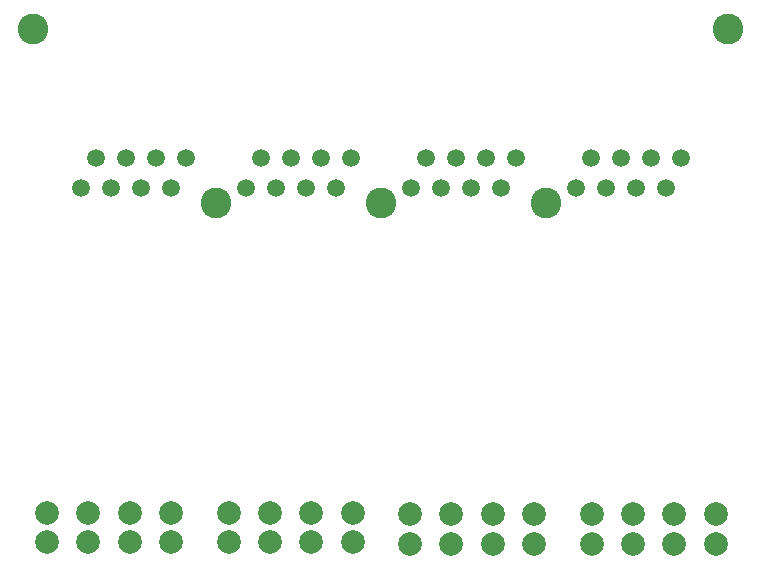
<source format=gbp>
G04 #@! TF.GenerationSoftware,KiCad,Pcbnew,(6.0.9)*
G04 #@! TF.CreationDate,2023-11-10T22:20:43+05:30*
G04 #@! TF.ProjectId,RJ45-To-Terminal,524a3435-2d54-46f2-9d54-65726d696e61,2*
G04 #@! TF.SameCoordinates,Original*
G04 #@! TF.FileFunction,Paste,Bot*
G04 #@! TF.FilePolarity,Positive*
%FSLAX46Y46*%
G04 Gerber Fmt 4.6, Leading zero omitted, Abs format (unit mm)*
G04 Created by KiCad (PCBNEW (6.0.9)) date 2023-11-10 22:20:43*
%MOMM*%
%LPD*%
G01*
G04 APERTURE LIST*
%ADD10C,2.600000*%
%ADD11C,1.500000*%
%ADD12C,2.000000*%
G04 APERTURE END LIST*
D10*
X163728400Y-83209400D03*
X149758400Y-83209400D03*
X179158400Y-68479400D03*
X120358400Y-68479400D03*
X135788400Y-83209400D03*
D11*
X124358400Y-81939400D03*
X125628400Y-79399400D03*
X126898400Y-81939400D03*
X128168400Y-79399400D03*
X129438400Y-81939400D03*
X130708400Y-79399400D03*
X131978400Y-81939400D03*
X133248400Y-79399400D03*
X138328400Y-81939400D03*
X139598400Y-79399400D03*
X140868400Y-81939400D03*
X142138400Y-79399400D03*
X143408400Y-81939400D03*
X144678400Y-79399400D03*
X145948400Y-81939400D03*
X147218400Y-79399400D03*
X152298400Y-81939400D03*
X153568400Y-79399400D03*
X154838400Y-81939400D03*
X156108400Y-79399400D03*
X157378400Y-81939400D03*
X158648400Y-79399400D03*
X159918400Y-81939400D03*
X161188400Y-79399400D03*
X166268400Y-81939400D03*
X167538400Y-79399400D03*
X168808400Y-81939400D03*
X170078400Y-79399400D03*
X171348400Y-81939400D03*
X172618400Y-79399400D03*
X173888400Y-81939400D03*
X175158400Y-79399400D03*
D12*
X131996000Y-111937300D03*
X131996000Y-109437300D03*
X128496000Y-111937300D03*
X128496000Y-109437300D03*
X124996000Y-111937300D03*
X124996000Y-109437300D03*
X121496000Y-111937300D03*
X121496000Y-109437300D03*
X147388400Y-111937300D03*
X147388400Y-109437300D03*
X143888400Y-111937300D03*
X143888400Y-109437300D03*
X140388400Y-111937300D03*
X140388400Y-109437300D03*
X136888400Y-111937300D03*
X136888400Y-109437300D03*
X178122400Y-112038900D03*
X178122400Y-109538900D03*
X174622400Y-112038900D03*
X174622400Y-109538900D03*
X171122400Y-112038900D03*
X171122400Y-109538900D03*
X167622400Y-112038900D03*
X167622400Y-109538900D03*
X162730000Y-112038900D03*
X162730000Y-109538900D03*
X159230000Y-112038900D03*
X159230000Y-109538900D03*
X155730000Y-112038900D03*
X155730000Y-109538900D03*
X152230000Y-112038900D03*
X152230000Y-109538900D03*
M02*

</source>
